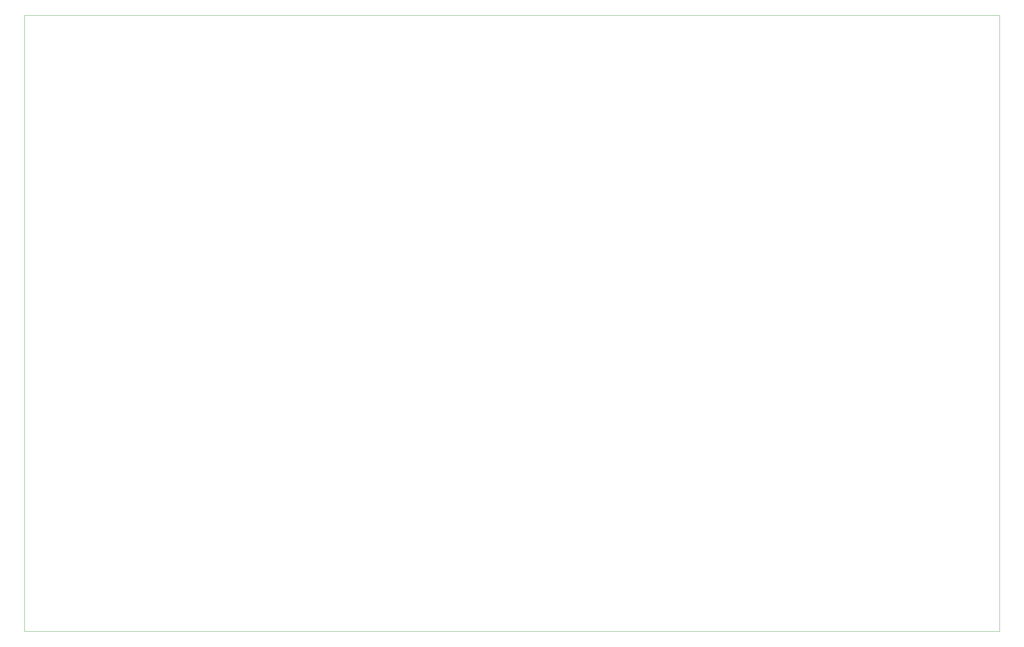
<source format=gbr>
%TF.GenerationSoftware,KiCad,Pcbnew,7.0.6*%
%TF.CreationDate,2023-08-12T12:52:26-07:00*%
%TF.ProjectId,Aux Power Supply V5,41757820-506f-4776-9572-20537570706c,rev?*%
%TF.SameCoordinates,Original*%
%TF.FileFunction,Profile,NP*%
%FSLAX46Y46*%
G04 Gerber Fmt 4.6, Leading zero omitted, Abs format (unit mm)*
G04 Created by KiCad (PCBNEW 7.0.6) date 2023-08-12 12:52:26*
%MOMM*%
%LPD*%
G01*
G04 APERTURE LIST*
%TA.AperFunction,Profile*%
%ADD10C,0.100000*%
%TD*%
G04 APERTURE END LIST*
D10*
X330000000Y-58500000D02*
X77000000Y-58500000D01*
X77000000Y-58500000D02*
X77000000Y-218500000D01*
X77000000Y-218500000D02*
X330000000Y-218500000D01*
X330000000Y-218500000D02*
X330000000Y-58500000D01*
M02*

</source>
